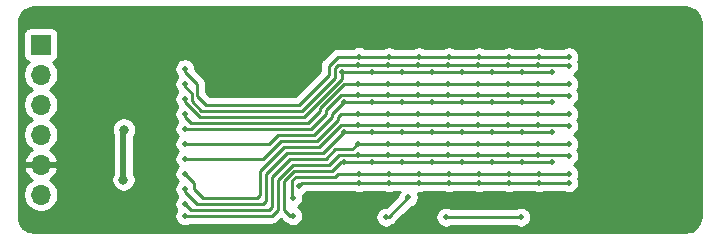
<source format=gbr>
%TF.GenerationSoftware,KiCad,Pcbnew,5.1.6-c6e7f7d~87~ubuntu18.04.1*%
%TF.CreationDate,2020-09-19T20:19:40+02:00*%
%TF.ProjectId,rgbpmod,72676270-6d6f-4642-9e6b-696361645f70,rev?*%
%TF.SameCoordinates,Original*%
%TF.FileFunction,Copper,L2,Bot*%
%TF.FilePolarity,Positive*%
%FSLAX46Y46*%
G04 Gerber Fmt 4.6, Leading zero omitted, Abs format (unit mm)*
G04 Created by KiCad (PCBNEW 5.1.6-c6e7f7d~87~ubuntu18.04.1) date 2020-09-19 20:19:40*
%MOMM*%
%LPD*%
G01*
G04 APERTURE LIST*
%TA.AperFunction,ComponentPad*%
%ADD10R,1.700000X1.700000*%
%TD*%
%TA.AperFunction,ComponentPad*%
%ADD11O,1.700000X1.700000*%
%TD*%
%TA.AperFunction,ViaPad*%
%ADD12C,0.800000*%
%TD*%
%TA.AperFunction,ViaPad*%
%ADD13C,0.500000*%
%TD*%
%TA.AperFunction,Conductor*%
%ADD14C,0.500000*%
%TD*%
%TA.AperFunction,Conductor*%
%ADD15C,0.250000*%
%TD*%
%TA.AperFunction,Conductor*%
%ADD16C,0.254000*%
%TD*%
G04 APERTURE END LIST*
D10*
%TO.P,J1,1*%
%TO.N,DIN*%
X96520000Y-64770000D03*
D11*
%TO.P,J1,2*%
%TO.N,SCLK*%
X96520000Y-67310000D03*
%TO.P,J1,3*%
%TO.N,BTN1*%
X96520000Y-69850000D03*
%TO.P,J1,4*%
%TO.N,BTN2*%
X96520000Y-72390000D03*
%TO.P,J1,5*%
%TO.N,GND*%
X96520000Y-74930000D03*
%TO.P,J1,6*%
%TO.N,VCC*%
X96520000Y-77470000D03*
%TD*%
D12*
%TO.N,VCC*%
X103505000Y-76200000D03*
X103547572Y-71974980D03*
D13*
%TO.N,BTN1*%
X127635000Y-77710001D03*
X125730000Y-79375000D03*
%TO.N,BTN2*%
X130810000Y-79375000D03*
X137160000Y-79375000D03*
%TO.N,GRID1*%
X123438457Y-65781352D03*
X125977704Y-65782852D03*
X128517704Y-65782852D03*
X131057704Y-65782852D03*
X133597704Y-65782852D03*
X136137704Y-65782852D03*
X138677704Y-65782852D03*
X141224000Y-65786000D03*
X108712000Y-66802000D03*
%TO.N,GRID2*%
X123377000Y-66481000D03*
X125917000Y-66481000D03*
X128457000Y-66481000D03*
X130997000Y-66481000D03*
X133537000Y-66481000D03*
X136077000Y-66481000D03*
X138617000Y-66481000D03*
X141224000Y-66548000D03*
X108712000Y-68072000D03*
%TO.N,GRID3*%
X121987000Y-67056000D03*
X124527000Y-67056000D03*
X127067000Y-67056000D03*
X129607000Y-67056000D03*
X132147000Y-67056000D03*
X134687000Y-67056000D03*
X137227000Y-67056000D03*
X139767000Y-67056000D03*
X108712000Y-69342000D03*
%TO.N,GRID6*%
X122174000Y-69596000D03*
X124527000Y-69596000D03*
X127067000Y-69596000D03*
X129607000Y-69596000D03*
X132147000Y-69596000D03*
X134687000Y-69596000D03*
X137227000Y-69596000D03*
X139767000Y-69596000D03*
X108712000Y-73152000D03*
%TO.N,GRID5*%
X123377000Y-69021000D03*
X125917000Y-69021000D03*
X128457000Y-69021000D03*
X130997000Y-69021000D03*
X133537000Y-69021000D03*
X136077000Y-69021000D03*
X138617000Y-69021000D03*
X141224000Y-69088000D03*
X108712000Y-71882000D03*
%TO.N,GRID4*%
X123377000Y-68072000D03*
X125917000Y-68072000D03*
X128457000Y-68072000D03*
X130997000Y-68072000D03*
X133537000Y-68072000D03*
X136077000Y-68072000D03*
X138617000Y-68072000D03*
X141224000Y-68072000D03*
X108712000Y-70612000D03*
%TO.N,GRID7*%
X123377000Y-70612000D03*
X125917000Y-70612000D03*
X128457000Y-70612000D03*
X130997000Y-70612000D03*
X133537000Y-70612000D03*
X136077000Y-70612000D03*
X138617000Y-70612000D03*
X141224000Y-70612000D03*
X108712000Y-74422000D03*
%TO.N,GRID8*%
X123377000Y-71561000D03*
X125917000Y-71561000D03*
X128457000Y-71561000D03*
X130997000Y-71561000D03*
X133537000Y-71561000D03*
X136077000Y-71561000D03*
X138617000Y-71561000D03*
X141224000Y-71628000D03*
X108712000Y-75692000D03*
%TO.N,GRID9*%
X122174000Y-72136000D03*
X124527000Y-72136000D03*
X127067000Y-72136000D03*
X129607000Y-72136000D03*
X132147000Y-72136000D03*
X134687000Y-72136000D03*
X137227000Y-72136000D03*
X139767000Y-72136000D03*
X108712000Y-76962000D03*
%TO.N,GRID12*%
X122174000Y-74676000D03*
X124527000Y-74676000D03*
X127067000Y-74676000D03*
X129607000Y-74676000D03*
X132147000Y-74676000D03*
X134687000Y-74676000D03*
X137227000Y-74676000D03*
X139767000Y-74676000D03*
X117856000Y-79248000D03*
%TO.N,GRID11*%
X123377000Y-74101000D03*
X125917000Y-74101000D03*
X128457000Y-74101000D03*
X130997000Y-74101000D03*
X133537000Y-74101000D03*
X136077000Y-74101000D03*
X138617000Y-74101000D03*
X141224000Y-74168000D03*
X108712000Y-79248000D03*
%TO.N,GRID10*%
X123377000Y-73152000D03*
X125917000Y-73152000D03*
X128457000Y-73152000D03*
X130997000Y-73152000D03*
X133537000Y-73152000D03*
X136077000Y-73152000D03*
X138617000Y-73152000D03*
X141224000Y-73152000D03*
X108712000Y-78232000D03*
%TO.N,GRID13*%
X123437704Y-75695148D03*
X125977704Y-75695148D03*
X128517704Y-75695148D03*
X131057704Y-75695148D03*
X133597704Y-75695148D03*
X136137704Y-75695148D03*
X138677704Y-75695148D03*
X141224000Y-75692000D03*
X117856000Y-77724000D03*
%TO.N,GRID14*%
X123444000Y-76454000D03*
X125984000Y-76454000D03*
X128524000Y-76454000D03*
X131064000Y-76454000D03*
X133604000Y-76454000D03*
X136144000Y-76454000D03*
X138684000Y-76454000D03*
X141224000Y-76454000D03*
X118364000Y-76708000D03*
%TD*%
D14*
%TO.N,VCC*%
X103505000Y-76200000D02*
X103505000Y-72017552D01*
X103505000Y-72017552D02*
X103547572Y-71974980D01*
D15*
%TO.N,BTN1*%
X127635000Y-77710001D02*
X125970001Y-79375000D01*
X125970001Y-79375000D02*
X125730000Y-79375000D01*
%TO.N,BTN2*%
X130810000Y-79375000D02*
X137160000Y-79375000D01*
%TO.N,GRID1*%
X123438457Y-65781352D02*
X125976204Y-65781352D01*
X125976204Y-65781352D02*
X125977704Y-65782852D01*
X125977704Y-65782852D02*
X128517704Y-65782852D01*
X128517704Y-65782852D02*
X131057704Y-65782852D01*
X131057704Y-65782852D02*
X133597704Y-65782852D01*
X133597704Y-65782852D02*
X136137704Y-65782852D01*
X136137704Y-65782852D02*
X138677704Y-65782852D01*
X138677704Y-65782852D02*
X141220852Y-65782852D01*
X141220852Y-65782852D02*
X141224000Y-65786000D01*
X121670648Y-65781352D02*
X123438457Y-65781352D01*
X120904000Y-66548000D02*
X121670648Y-65781352D01*
X120904000Y-67310000D02*
X120904000Y-66548000D01*
X108712000Y-67056000D02*
X109737011Y-68081011D01*
X108712000Y-66802000D02*
X108712000Y-67056000D01*
X109737011Y-68081011D02*
X109737011Y-69097011D01*
X110490000Y-69850000D02*
X118364000Y-69850000D01*
X109737011Y-69097011D02*
X110490000Y-69850000D01*
X118364000Y-69850000D02*
X120904000Y-67310000D01*
%TO.N,GRID2*%
X123377000Y-66481000D02*
X125917000Y-66481000D01*
X125917000Y-66481000D02*
X128457000Y-66481000D01*
X128457000Y-66481000D02*
X130997000Y-66481000D01*
X130997000Y-66481000D02*
X133537000Y-66481000D01*
X133537000Y-66481000D02*
X136077000Y-66481000D01*
X136077000Y-66481000D02*
X138617000Y-66481000D01*
X138617000Y-66481000D02*
X141157000Y-66481000D01*
X141157000Y-66481000D02*
X141224000Y-66548000D01*
X121710999Y-66480999D02*
X123377000Y-66481000D01*
X121412000Y-67564000D02*
X121412000Y-66779998D01*
X108712000Y-68326000D02*
X109287001Y-68901001D01*
X108712000Y-68072000D02*
X108712000Y-68326000D01*
X110110410Y-70358000D02*
X118618000Y-70358000D01*
X118618000Y-70358000D02*
X121412000Y-67564000D01*
X121412000Y-66779998D02*
X121710999Y-66480999D01*
X109287001Y-68901001D02*
X109287001Y-69534591D01*
X109287001Y-69534591D02*
X110110410Y-70358000D01*
%TO.N,GRID3*%
X121987000Y-67056000D02*
X124527000Y-67056000D01*
X124527000Y-67056000D02*
X127067000Y-67056000D01*
X127067000Y-67056000D02*
X129607000Y-67056000D01*
X129607000Y-67056000D02*
X132147000Y-67056000D01*
X132147000Y-67056000D02*
X134687000Y-67056000D01*
X134687000Y-67056000D02*
X137227000Y-67056000D01*
X137227000Y-67056000D02*
X139767000Y-67056000D01*
X109982000Y-70866000D02*
X108712000Y-69596000D01*
X121987000Y-67056000D02*
X121987000Y-67659178D01*
X108712000Y-69596000D02*
X108712000Y-69342000D01*
X118780178Y-70866000D02*
X109982000Y-70866000D01*
X121987000Y-67659178D02*
X118780178Y-70866000D01*
%TO.N,GRID6*%
X122174000Y-69596000D02*
X124527000Y-69596000D01*
X124527000Y-69596000D02*
X127067000Y-69596000D01*
X127067000Y-69596000D02*
X129607000Y-69596000D01*
X129607000Y-69596000D02*
X132147000Y-69596000D01*
X132147000Y-69596000D02*
X134687000Y-69596000D01*
X134687000Y-69596000D02*
X137227000Y-69596000D01*
X137227000Y-69596000D02*
X139767000Y-69596000D01*
X121158000Y-70612000D02*
X122174000Y-69596000D01*
X121158000Y-70866000D02*
X121158000Y-70612000D01*
X119634000Y-72390000D02*
X121158000Y-70866000D01*
X116586000Y-72390000D02*
X119634000Y-72390000D01*
X108712000Y-73152000D02*
X115824000Y-73152000D01*
X115824000Y-73152000D02*
X116586000Y-72390000D01*
%TO.N,GRID5*%
X123377000Y-69021000D02*
X125917000Y-69021000D01*
X125917000Y-69021000D02*
X128457000Y-69021000D01*
X128457000Y-69021000D02*
X130997000Y-69021000D01*
X130997000Y-69021000D02*
X133537000Y-69021000D01*
X133537000Y-69021000D02*
X136077000Y-69021000D01*
X136077000Y-69021000D02*
X138617000Y-69021000D01*
X138617000Y-69021000D02*
X141157000Y-69021000D01*
X141157000Y-69021000D02*
X141224000Y-69088000D01*
X121897999Y-69020999D02*
X120650000Y-70268998D01*
X123377000Y-69021000D02*
X121897999Y-69020999D01*
X120650000Y-70268998D02*
X120650000Y-70612000D01*
X120650000Y-70612000D02*
X119380000Y-71882000D01*
X119380000Y-71882000D02*
X108712000Y-71882000D01*
%TO.N,GRID4*%
X123377000Y-68072000D02*
X125917000Y-68072000D01*
X125917000Y-68072000D02*
X128457000Y-68072000D01*
X128457000Y-68072000D02*
X130997000Y-68072000D01*
X130997000Y-68072000D02*
X133537000Y-68072000D01*
X133537000Y-68072000D02*
X136077000Y-68072000D01*
X136077000Y-68072000D02*
X138617000Y-68072000D01*
X138617000Y-68072000D02*
X141224000Y-68072000D01*
X108712000Y-70612000D02*
X108712000Y-70866000D01*
X122210588Y-68072000D02*
X123377000Y-68072000D01*
X108712000Y-70866000D02*
X109220000Y-71374000D01*
X119126000Y-71374000D02*
X120142000Y-70358000D01*
X109220000Y-71374000D02*
X119126000Y-71374000D01*
X120142000Y-70358000D02*
X120142000Y-70140588D01*
X120142000Y-70140588D02*
X122210588Y-68072000D01*
%TO.N,GRID7*%
X123377000Y-70612000D02*
X125917000Y-70612000D01*
X125917000Y-70612000D02*
X128457000Y-70612000D01*
X128457000Y-70612000D02*
X130997000Y-70612000D01*
X130997000Y-70612000D02*
X133537000Y-70612000D01*
X133537000Y-70612000D02*
X136077000Y-70612000D01*
X136077000Y-70612000D02*
X138617000Y-70612000D01*
X138617000Y-70612000D02*
X141224000Y-70612000D01*
X123377000Y-70612000D02*
X121920000Y-70612000D01*
X121920000Y-70612000D02*
X121666000Y-70866000D01*
X121666000Y-70866000D02*
X121666000Y-71120000D01*
X121666000Y-71120000D02*
X119888000Y-72898000D01*
X116840000Y-72898000D02*
X115316000Y-74422000D01*
X115316000Y-74422000D02*
X108712000Y-74422000D01*
X116840000Y-72898000D02*
X119888000Y-72898000D01*
%TO.N,GRID8*%
X123377000Y-71561000D02*
X125917000Y-71561000D01*
X125917000Y-71561000D02*
X128457000Y-71561000D01*
X128457000Y-71561000D02*
X130997000Y-71561000D01*
X130997000Y-71561000D02*
X133537000Y-71561000D01*
X133537000Y-71561000D02*
X136077000Y-71561000D01*
X136077000Y-71561000D02*
X138617000Y-71561000D01*
X138617000Y-71561000D02*
X141157000Y-71561000D01*
X141157000Y-71561000D02*
X141224000Y-71628000D01*
X117094000Y-73406000D02*
X120052998Y-73406000D01*
X121897999Y-71560999D02*
X123377000Y-71561000D01*
X115062000Y-75438000D02*
X117094000Y-73406000D01*
X109474000Y-76454000D02*
X109474000Y-76962000D01*
X120052998Y-73406000D02*
X121897999Y-71560999D01*
X108712000Y-75692000D02*
X109474000Y-76454000D01*
X109474000Y-76962000D02*
X110236000Y-77724000D01*
X110236000Y-77724000D02*
X114808000Y-77724000D01*
X114808000Y-77724000D02*
X115062000Y-77470000D01*
X115062000Y-77470000D02*
X115062000Y-75438000D01*
%TO.N,GRID9*%
X122174000Y-72136000D02*
X124527000Y-72136000D01*
X124527000Y-72136000D02*
X127067000Y-72136000D01*
X127067000Y-72136000D02*
X129607000Y-72136000D01*
X129607000Y-72136000D02*
X132147000Y-72136000D01*
X132147000Y-72136000D02*
X134687000Y-72136000D01*
X134687000Y-72136000D02*
X137227000Y-72136000D01*
X137227000Y-72136000D02*
X139767000Y-72136000D01*
X122174000Y-72136000D02*
X121666000Y-72644000D01*
X121666000Y-72644000D02*
X120396000Y-73914000D01*
X117348000Y-73914000D02*
X115570000Y-75692000D01*
X115570000Y-75692000D02*
X115570000Y-77978000D01*
X115570000Y-77978000D02*
X115316000Y-78232000D01*
X115316000Y-78232000D02*
X109728000Y-78232000D01*
X109728000Y-78232000D02*
X108712000Y-77216000D01*
X108712000Y-77216000D02*
X108712000Y-76962000D01*
X117348000Y-73914000D02*
X120396000Y-73914000D01*
%TO.N,GRID12*%
X122174000Y-74676000D02*
X124527000Y-74676000D01*
X124527000Y-74676000D02*
X127067000Y-74676000D01*
X127067000Y-74676000D02*
X129607000Y-74676000D01*
X129607000Y-74676000D02*
X132147000Y-74676000D01*
X132147000Y-74676000D02*
X134687000Y-74676000D01*
X134687000Y-74676000D02*
X137227000Y-74676000D01*
X137227000Y-74676000D02*
X139767000Y-74676000D01*
X122174000Y-74676000D02*
X121920000Y-74676000D01*
X121920000Y-74676000D02*
X121158000Y-75438000D01*
X117981590Y-75438000D02*
X117094000Y-76325590D01*
X117094000Y-76325590D02*
X117094000Y-78740000D01*
X117094000Y-78740000D02*
X117602000Y-79248000D01*
X117602000Y-79248000D02*
X117856000Y-79248000D01*
X121158000Y-75438000D02*
X117981590Y-75438000D01*
%TO.N,GRID11*%
X123377000Y-74101000D02*
X125917000Y-74101000D01*
X125917000Y-74101000D02*
X128457000Y-74101000D01*
X128457000Y-74101000D02*
X130997000Y-74101000D01*
X130997000Y-74101000D02*
X133537000Y-74101000D01*
X133537000Y-74101000D02*
X136077000Y-74101000D01*
X136077000Y-74101000D02*
X138617000Y-74101000D01*
X138617000Y-74101000D02*
X141157000Y-74101000D01*
X141157000Y-74101000D02*
X141224000Y-74168000D01*
X123377000Y-74101000D02*
X121733000Y-74101000D01*
X121733000Y-74101000D02*
X120904000Y-74930000D01*
X117853180Y-74930000D02*
X116586000Y-76197180D01*
X116586000Y-76197180D02*
X116586000Y-78486000D01*
X116586000Y-78486000D02*
X116586000Y-78740000D01*
X116586000Y-78740000D02*
X116078000Y-79248000D01*
X116078000Y-79248000D02*
X108712000Y-79248000D01*
X117853180Y-74930000D02*
X120904000Y-74930000D01*
%TO.N,GRID10*%
X123377000Y-73152000D02*
X125917000Y-73152000D01*
X125917000Y-73152000D02*
X128457000Y-73152000D01*
X128457000Y-73152000D02*
X130997000Y-73152000D01*
X130997000Y-73152000D02*
X133537000Y-73152000D01*
X133537000Y-73152000D02*
X136077000Y-73152000D01*
X136077000Y-73152000D02*
X138617000Y-73152000D01*
X138617000Y-73152000D02*
X141224000Y-73152000D01*
X109220000Y-78740000D02*
X108712000Y-78232000D01*
X115824000Y-78740000D02*
X109220000Y-78740000D01*
X116078000Y-78486000D02*
X115824000Y-78740000D01*
X121421010Y-73650990D02*
X120650000Y-74422000D01*
X122878010Y-73650990D02*
X121421010Y-73650990D01*
X123377000Y-73152000D02*
X122878010Y-73650990D01*
X120650000Y-74422000D02*
X117602000Y-74422000D01*
X117602000Y-74422000D02*
X116078000Y-75946000D01*
X116078000Y-75946000D02*
X116078000Y-78486000D01*
%TO.N,GRID13*%
X123437704Y-75695148D02*
X125977704Y-75695148D01*
X125977704Y-75695148D02*
X128517704Y-75695148D01*
X128517704Y-75695148D02*
X131057704Y-75695148D01*
X131057704Y-75695148D02*
X133597704Y-75695148D01*
X133597704Y-75695148D02*
X136137704Y-75695148D01*
X136137704Y-75695148D02*
X138677704Y-75695148D01*
X138677704Y-75695148D02*
X141220852Y-75695148D01*
X141220852Y-75695148D02*
X141224000Y-75692000D01*
X123437704Y-75695148D02*
X121662852Y-75695148D01*
X121662852Y-75695148D02*
X121412000Y-75946000D01*
X117788999Y-77656999D02*
X117856000Y-77724000D01*
X118110000Y-75946000D02*
X117788999Y-76267001D01*
X117788999Y-76267001D02*
X117788999Y-77656999D01*
X118110000Y-75946000D02*
X121412000Y-75946000D01*
%TO.N,GRID14*%
X123444000Y-76454000D02*
X125984000Y-76454000D01*
X125984000Y-76454000D02*
X128524000Y-76454000D01*
X128524000Y-76454000D02*
X131064000Y-76454000D01*
X131064000Y-76454000D02*
X133604000Y-76454000D01*
X133604000Y-76454000D02*
X136144000Y-76454000D01*
X136144000Y-76454000D02*
X138684000Y-76454000D01*
X138684000Y-76454000D02*
X141224000Y-76454000D01*
X118872000Y-76454000D02*
X118618000Y-76454000D01*
X118618000Y-76454000D02*
X118364000Y-76708000D01*
X118872000Y-76454000D02*
X123444000Y-76454000D01*
%TD*%
D16*
%TO.N,GND*%
G36*
X151371204Y-61646815D02*
G01*
X151603226Y-61716867D01*
X151817222Y-61830650D01*
X152005041Y-61983832D01*
X152159530Y-62170577D01*
X152274801Y-62383769D01*
X152346472Y-62615300D01*
X152375001Y-62886734D01*
X152375000Y-79342722D01*
X152348185Y-79616205D01*
X152278133Y-79848226D01*
X152164350Y-80062222D01*
X152011169Y-80250039D01*
X151824424Y-80404529D01*
X151611231Y-80519802D01*
X151379701Y-80591472D01*
X151108276Y-80620000D01*
X95917277Y-80620000D01*
X95643795Y-80593185D01*
X95411774Y-80523133D01*
X95197778Y-80409350D01*
X95009961Y-80256169D01*
X94855471Y-80069424D01*
X94740198Y-79856231D01*
X94668528Y-79624701D01*
X94640000Y-79353276D01*
X94640000Y-77323740D01*
X95035000Y-77323740D01*
X95035000Y-77616260D01*
X95092068Y-77903158D01*
X95204010Y-78173411D01*
X95366525Y-78416632D01*
X95573368Y-78623475D01*
X95816589Y-78785990D01*
X96086842Y-78897932D01*
X96373740Y-78955000D01*
X96666260Y-78955000D01*
X96953158Y-78897932D01*
X97223411Y-78785990D01*
X97466632Y-78623475D01*
X97673475Y-78416632D01*
X97835990Y-78173411D01*
X97947932Y-77903158D01*
X98005000Y-77616260D01*
X98005000Y-77323740D01*
X97947932Y-77036842D01*
X97835990Y-76766589D01*
X97673475Y-76523368D01*
X97466632Y-76316525D01*
X97284466Y-76194805D01*
X97401355Y-76125178D01*
X97431438Y-76098061D01*
X102470000Y-76098061D01*
X102470000Y-76301939D01*
X102509774Y-76501898D01*
X102587795Y-76690256D01*
X102701063Y-76859774D01*
X102845226Y-77003937D01*
X103014744Y-77117205D01*
X103203102Y-77195226D01*
X103403061Y-77235000D01*
X103606939Y-77235000D01*
X103806898Y-77195226D01*
X103995256Y-77117205D01*
X104164774Y-77003937D01*
X104308937Y-76859774D01*
X104422205Y-76690256D01*
X104500226Y-76501898D01*
X104540000Y-76301939D01*
X104540000Y-76098061D01*
X104500226Y-75898102D01*
X104422205Y-75709744D01*
X104390000Y-75661546D01*
X104390000Y-72577148D01*
X104464777Y-72465236D01*
X104542798Y-72276878D01*
X104582572Y-72076919D01*
X104582572Y-71873041D01*
X104542798Y-71673082D01*
X104464777Y-71484724D01*
X104351509Y-71315206D01*
X104207346Y-71171043D01*
X104037828Y-71057775D01*
X103849470Y-70979754D01*
X103649511Y-70939980D01*
X103445633Y-70939980D01*
X103245674Y-70979754D01*
X103057316Y-71057775D01*
X102887798Y-71171043D01*
X102743635Y-71315206D01*
X102630367Y-71484724D01*
X102552346Y-71673082D01*
X102512572Y-71873041D01*
X102512572Y-72076919D01*
X102552346Y-72276878D01*
X102620001Y-72440210D01*
X102620000Y-75661545D01*
X102587795Y-75709744D01*
X102509774Y-75898102D01*
X102470000Y-76098061D01*
X97431438Y-76098061D01*
X97617588Y-75930269D01*
X97791641Y-75696920D01*
X97916825Y-75434099D01*
X97961476Y-75286890D01*
X97840155Y-75057000D01*
X96647000Y-75057000D01*
X96647000Y-75077000D01*
X96393000Y-75077000D01*
X96393000Y-75057000D01*
X95199845Y-75057000D01*
X95078524Y-75286890D01*
X95123175Y-75434099D01*
X95248359Y-75696920D01*
X95422412Y-75930269D01*
X95638645Y-76125178D01*
X95755534Y-76194805D01*
X95573368Y-76316525D01*
X95366525Y-76523368D01*
X95204010Y-76766589D01*
X95092068Y-77036842D01*
X95035000Y-77323740D01*
X94640000Y-77323740D01*
X94640000Y-63920000D01*
X95031928Y-63920000D01*
X95031928Y-65620000D01*
X95044188Y-65744482D01*
X95080498Y-65864180D01*
X95139463Y-65974494D01*
X95218815Y-66071185D01*
X95315506Y-66150537D01*
X95425820Y-66209502D01*
X95498380Y-66231513D01*
X95366525Y-66363368D01*
X95204010Y-66606589D01*
X95092068Y-66876842D01*
X95035000Y-67163740D01*
X95035000Y-67456260D01*
X95092068Y-67743158D01*
X95204010Y-68013411D01*
X95366525Y-68256632D01*
X95573368Y-68463475D01*
X95747760Y-68580000D01*
X95573368Y-68696525D01*
X95366525Y-68903368D01*
X95204010Y-69146589D01*
X95092068Y-69416842D01*
X95035000Y-69703740D01*
X95035000Y-69996260D01*
X95092068Y-70283158D01*
X95204010Y-70553411D01*
X95366525Y-70796632D01*
X95573368Y-71003475D01*
X95747760Y-71120000D01*
X95573368Y-71236525D01*
X95366525Y-71443368D01*
X95204010Y-71686589D01*
X95092068Y-71956842D01*
X95035000Y-72243740D01*
X95035000Y-72536260D01*
X95092068Y-72823158D01*
X95204010Y-73093411D01*
X95366525Y-73336632D01*
X95573368Y-73543475D01*
X95755534Y-73665195D01*
X95638645Y-73734822D01*
X95422412Y-73929731D01*
X95248359Y-74163080D01*
X95123175Y-74425901D01*
X95078524Y-74573110D01*
X95199845Y-74803000D01*
X96393000Y-74803000D01*
X96393000Y-74783000D01*
X96647000Y-74783000D01*
X96647000Y-74803000D01*
X97840155Y-74803000D01*
X97961476Y-74573110D01*
X97916825Y-74425901D01*
X97791641Y-74163080D01*
X97617588Y-73929731D01*
X97401355Y-73734822D01*
X97284466Y-73665195D01*
X97466632Y-73543475D01*
X97673475Y-73336632D01*
X97835990Y-73093411D01*
X97947932Y-72823158D01*
X98005000Y-72536260D01*
X98005000Y-72243740D01*
X97947932Y-71956842D01*
X97835990Y-71686589D01*
X97673475Y-71443368D01*
X97466632Y-71236525D01*
X97292240Y-71120000D01*
X97466632Y-71003475D01*
X97673475Y-70796632D01*
X97835990Y-70553411D01*
X97947932Y-70283158D01*
X98005000Y-69996260D01*
X98005000Y-69703740D01*
X97947932Y-69416842D01*
X97835990Y-69146589D01*
X97673475Y-68903368D01*
X97466632Y-68696525D01*
X97292240Y-68580000D01*
X97466632Y-68463475D01*
X97673475Y-68256632D01*
X97835990Y-68013411D01*
X97947932Y-67743158D01*
X98005000Y-67456260D01*
X98005000Y-67163740D01*
X97947932Y-66876842D01*
X97880827Y-66714835D01*
X107827000Y-66714835D01*
X107827000Y-66889165D01*
X107861010Y-67060145D01*
X107927723Y-67221205D01*
X108001336Y-67331373D01*
X108006454Y-67348247D01*
X108068359Y-67464062D01*
X108024576Y-67507845D01*
X107927723Y-67652795D01*
X107861010Y-67813855D01*
X107827000Y-67984835D01*
X107827000Y-68159165D01*
X107861010Y-68330145D01*
X107927723Y-68491205D01*
X108001336Y-68601373D01*
X108006454Y-68618247D01*
X108068359Y-68734062D01*
X108024576Y-68777845D01*
X107927723Y-68922795D01*
X107861010Y-69083855D01*
X107827000Y-69254835D01*
X107827000Y-69429165D01*
X107861010Y-69600145D01*
X107927723Y-69761205D01*
X108001336Y-69871375D01*
X108006454Y-69888246D01*
X108068359Y-70004062D01*
X108024576Y-70047845D01*
X107927723Y-70192795D01*
X107861010Y-70353855D01*
X107827000Y-70524835D01*
X107827000Y-70699165D01*
X107861010Y-70870145D01*
X107927723Y-71031205D01*
X108001336Y-71141373D01*
X108006454Y-71158247D01*
X108068359Y-71274062D01*
X108024576Y-71317845D01*
X107927723Y-71462795D01*
X107861010Y-71623855D01*
X107827000Y-71794835D01*
X107827000Y-71969165D01*
X107861010Y-72140145D01*
X107927723Y-72301205D01*
X108024576Y-72446155D01*
X108095421Y-72517000D01*
X108024576Y-72587845D01*
X107927723Y-72732795D01*
X107861010Y-72893855D01*
X107827000Y-73064835D01*
X107827000Y-73239165D01*
X107861010Y-73410145D01*
X107927723Y-73571205D01*
X108024576Y-73716155D01*
X108095421Y-73787000D01*
X108024576Y-73857845D01*
X107927723Y-74002795D01*
X107861010Y-74163855D01*
X107827000Y-74334835D01*
X107827000Y-74509165D01*
X107861010Y-74680145D01*
X107927723Y-74841205D01*
X108024576Y-74986155D01*
X108095421Y-75057000D01*
X108024576Y-75127845D01*
X107927723Y-75272795D01*
X107861010Y-75433855D01*
X107827000Y-75604835D01*
X107827000Y-75779165D01*
X107861010Y-75950145D01*
X107927723Y-76111205D01*
X108024576Y-76256155D01*
X108095421Y-76327000D01*
X108024576Y-76397845D01*
X107927723Y-76542795D01*
X107861010Y-76703855D01*
X107827000Y-76874835D01*
X107827000Y-77049165D01*
X107861010Y-77220145D01*
X107927723Y-77381205D01*
X108001336Y-77491375D01*
X108006454Y-77508246D01*
X108068359Y-77624062D01*
X108024576Y-77667845D01*
X107927723Y-77812795D01*
X107861010Y-77973855D01*
X107827000Y-78144835D01*
X107827000Y-78319165D01*
X107861010Y-78490145D01*
X107927723Y-78651205D01*
X107987054Y-78740000D01*
X107927723Y-78828795D01*
X107861010Y-78989855D01*
X107827000Y-79160835D01*
X107827000Y-79335165D01*
X107861010Y-79506145D01*
X107927723Y-79667205D01*
X108024576Y-79812155D01*
X108147845Y-79935424D01*
X108292795Y-80032277D01*
X108453855Y-80098990D01*
X108624835Y-80133000D01*
X108799165Y-80133000D01*
X108970145Y-80098990D01*
X109131205Y-80032277D01*
X109167538Y-80008000D01*
X116040678Y-80008000D01*
X116078000Y-80011676D01*
X116115322Y-80008000D01*
X116115333Y-80008000D01*
X116226986Y-79997003D01*
X116370247Y-79953546D01*
X116502276Y-79882974D01*
X116618001Y-79788001D01*
X116641803Y-79758998D01*
X116840000Y-79560802D01*
X117038200Y-79759002D01*
X117061999Y-79788001D01*
X117177724Y-79882974D01*
X117309753Y-79953546D01*
X117326627Y-79958664D01*
X117436795Y-80032277D01*
X117597855Y-80098990D01*
X117768835Y-80133000D01*
X117943165Y-80133000D01*
X118114145Y-80098990D01*
X118275205Y-80032277D01*
X118420155Y-79935424D01*
X118543424Y-79812155D01*
X118640277Y-79667205D01*
X118706990Y-79506145D01*
X118741000Y-79335165D01*
X118741000Y-79160835D01*
X118706990Y-78989855D01*
X118640277Y-78828795D01*
X118543424Y-78683845D01*
X118420155Y-78560576D01*
X118308545Y-78486000D01*
X118420155Y-78411424D01*
X118543424Y-78288155D01*
X118640277Y-78143205D01*
X118706990Y-77982145D01*
X118741000Y-77811165D01*
X118741000Y-77636835D01*
X118717647Y-77519432D01*
X118783205Y-77492277D01*
X118928155Y-77395424D01*
X119051424Y-77272155D01*
X119090282Y-77214000D01*
X122988462Y-77214000D01*
X123024795Y-77238277D01*
X123185855Y-77304990D01*
X123356835Y-77339000D01*
X123531165Y-77339000D01*
X123702145Y-77304990D01*
X123863205Y-77238277D01*
X123899538Y-77214000D01*
X125528462Y-77214000D01*
X125564795Y-77238277D01*
X125725855Y-77304990D01*
X125896835Y-77339000D01*
X126071165Y-77339000D01*
X126242145Y-77304990D01*
X126403205Y-77238277D01*
X126439538Y-77214000D01*
X126902037Y-77214000D01*
X126850723Y-77290796D01*
X126784010Y-77451856D01*
X126775485Y-77494714D01*
X125780200Y-78490000D01*
X125642835Y-78490000D01*
X125471855Y-78524010D01*
X125310795Y-78590723D01*
X125165845Y-78687576D01*
X125042576Y-78810845D01*
X124945723Y-78955795D01*
X124879010Y-79116855D01*
X124845000Y-79287835D01*
X124845000Y-79462165D01*
X124879010Y-79633145D01*
X124945723Y-79794205D01*
X125042576Y-79939155D01*
X125165845Y-80062424D01*
X125310795Y-80159277D01*
X125471855Y-80225990D01*
X125642835Y-80260000D01*
X125817165Y-80260000D01*
X125988145Y-80225990D01*
X126149205Y-80159277D01*
X126286171Y-80067758D01*
X126394277Y-80009974D01*
X126510002Y-79915001D01*
X126533805Y-79885997D01*
X127131967Y-79287835D01*
X129925000Y-79287835D01*
X129925000Y-79462165D01*
X129959010Y-79633145D01*
X130025723Y-79794205D01*
X130122576Y-79939155D01*
X130245845Y-80062424D01*
X130390795Y-80159277D01*
X130551855Y-80225990D01*
X130722835Y-80260000D01*
X130897165Y-80260000D01*
X131068145Y-80225990D01*
X131229205Y-80159277D01*
X131265538Y-80135000D01*
X136704462Y-80135000D01*
X136740795Y-80159277D01*
X136901855Y-80225990D01*
X137072835Y-80260000D01*
X137247165Y-80260000D01*
X137418145Y-80225990D01*
X137579205Y-80159277D01*
X137724155Y-80062424D01*
X137847424Y-79939155D01*
X137944277Y-79794205D01*
X138010990Y-79633145D01*
X138045000Y-79462165D01*
X138045000Y-79287835D01*
X138010990Y-79116855D01*
X137944277Y-78955795D01*
X137847424Y-78810845D01*
X137724155Y-78687576D01*
X137579205Y-78590723D01*
X137418145Y-78524010D01*
X137247165Y-78490000D01*
X137072835Y-78490000D01*
X136901855Y-78524010D01*
X136740795Y-78590723D01*
X136704462Y-78615000D01*
X131265538Y-78615000D01*
X131229205Y-78590723D01*
X131068145Y-78524010D01*
X130897165Y-78490000D01*
X130722835Y-78490000D01*
X130551855Y-78524010D01*
X130390795Y-78590723D01*
X130245845Y-78687576D01*
X130122576Y-78810845D01*
X130025723Y-78955795D01*
X129959010Y-79116855D01*
X129925000Y-79287835D01*
X127131967Y-79287835D01*
X127850287Y-78569516D01*
X127893145Y-78560991D01*
X128054205Y-78494278D01*
X128199155Y-78397425D01*
X128322424Y-78274156D01*
X128419277Y-78129206D01*
X128485990Y-77968146D01*
X128520000Y-77797166D01*
X128520000Y-77622836D01*
X128485990Y-77451856D01*
X128439244Y-77339000D01*
X128611165Y-77339000D01*
X128782145Y-77304990D01*
X128943205Y-77238277D01*
X128979538Y-77214000D01*
X130608462Y-77214000D01*
X130644795Y-77238277D01*
X130805855Y-77304990D01*
X130976835Y-77339000D01*
X131151165Y-77339000D01*
X131322145Y-77304990D01*
X131483205Y-77238277D01*
X131519538Y-77214000D01*
X133148462Y-77214000D01*
X133184795Y-77238277D01*
X133345855Y-77304990D01*
X133516835Y-77339000D01*
X133691165Y-77339000D01*
X133862145Y-77304990D01*
X134023205Y-77238277D01*
X134059538Y-77214000D01*
X135688462Y-77214000D01*
X135724795Y-77238277D01*
X135885855Y-77304990D01*
X136056835Y-77339000D01*
X136231165Y-77339000D01*
X136402145Y-77304990D01*
X136563205Y-77238277D01*
X136599538Y-77214000D01*
X138228462Y-77214000D01*
X138264795Y-77238277D01*
X138425855Y-77304990D01*
X138596835Y-77339000D01*
X138771165Y-77339000D01*
X138942145Y-77304990D01*
X139103205Y-77238277D01*
X139139538Y-77214000D01*
X140768462Y-77214000D01*
X140804795Y-77238277D01*
X140965855Y-77304990D01*
X141136835Y-77339000D01*
X141311165Y-77339000D01*
X141482145Y-77304990D01*
X141643205Y-77238277D01*
X141788155Y-77141424D01*
X141911424Y-77018155D01*
X142008277Y-76873205D01*
X142074990Y-76712145D01*
X142109000Y-76541165D01*
X142109000Y-76366835D01*
X142074990Y-76195855D01*
X142024102Y-76073000D01*
X142074990Y-75950145D01*
X142109000Y-75779165D01*
X142109000Y-75604835D01*
X142074990Y-75433855D01*
X142008277Y-75272795D01*
X141911424Y-75127845D01*
X141788155Y-75004576D01*
X141676545Y-74930000D01*
X141788155Y-74855424D01*
X141911424Y-74732155D01*
X142008277Y-74587205D01*
X142074990Y-74426145D01*
X142109000Y-74255165D01*
X142109000Y-74080835D01*
X142074990Y-73909855D01*
X142008277Y-73748795D01*
X141948946Y-73660000D01*
X142008277Y-73571205D01*
X142074990Y-73410145D01*
X142109000Y-73239165D01*
X142109000Y-73064835D01*
X142074990Y-72893855D01*
X142008277Y-72732795D01*
X141911424Y-72587845D01*
X141788155Y-72464576D01*
X141676545Y-72390000D01*
X141788155Y-72315424D01*
X141911424Y-72192155D01*
X142008277Y-72047205D01*
X142074990Y-71886145D01*
X142109000Y-71715165D01*
X142109000Y-71540835D01*
X142074990Y-71369855D01*
X142008277Y-71208795D01*
X141948946Y-71120000D01*
X142008277Y-71031205D01*
X142074990Y-70870145D01*
X142109000Y-70699165D01*
X142109000Y-70524835D01*
X142074990Y-70353855D01*
X142008277Y-70192795D01*
X141911424Y-70047845D01*
X141788155Y-69924576D01*
X141676545Y-69850000D01*
X141788155Y-69775424D01*
X141911424Y-69652155D01*
X142008277Y-69507205D01*
X142074990Y-69346145D01*
X142109000Y-69175165D01*
X142109000Y-69000835D01*
X142074990Y-68829855D01*
X142008277Y-68668795D01*
X141948946Y-68580000D01*
X142008277Y-68491205D01*
X142074990Y-68330145D01*
X142109000Y-68159165D01*
X142109000Y-67984835D01*
X142074990Y-67813855D01*
X142008277Y-67652795D01*
X141911424Y-67507845D01*
X141788155Y-67384576D01*
X141676545Y-67310000D01*
X141788155Y-67235424D01*
X141911424Y-67112155D01*
X142008277Y-66967205D01*
X142074990Y-66806145D01*
X142109000Y-66635165D01*
X142109000Y-66460835D01*
X142074990Y-66289855D01*
X142024102Y-66167000D01*
X142074990Y-66044145D01*
X142109000Y-65873165D01*
X142109000Y-65698835D01*
X142074990Y-65527855D01*
X142008277Y-65366795D01*
X141911424Y-65221845D01*
X141788155Y-65098576D01*
X141643205Y-65001723D01*
X141482145Y-64935010D01*
X141311165Y-64901000D01*
X141136835Y-64901000D01*
X140965855Y-64935010D01*
X140804795Y-65001723D01*
X140773173Y-65022852D01*
X139133242Y-65022852D01*
X139096909Y-64998575D01*
X138935849Y-64931862D01*
X138764869Y-64897852D01*
X138590539Y-64897852D01*
X138419559Y-64931862D01*
X138258499Y-64998575D01*
X138222166Y-65022852D01*
X136593242Y-65022852D01*
X136556909Y-64998575D01*
X136395849Y-64931862D01*
X136224869Y-64897852D01*
X136050539Y-64897852D01*
X135879559Y-64931862D01*
X135718499Y-64998575D01*
X135682166Y-65022852D01*
X134053242Y-65022852D01*
X134016909Y-64998575D01*
X133855849Y-64931862D01*
X133684869Y-64897852D01*
X133510539Y-64897852D01*
X133339559Y-64931862D01*
X133178499Y-64998575D01*
X133142166Y-65022852D01*
X131513242Y-65022852D01*
X131476909Y-64998575D01*
X131315849Y-64931862D01*
X131144869Y-64897852D01*
X130970539Y-64897852D01*
X130799559Y-64931862D01*
X130638499Y-64998575D01*
X130602166Y-65022852D01*
X128973242Y-65022852D01*
X128936909Y-64998575D01*
X128775849Y-64931862D01*
X128604869Y-64897852D01*
X128430539Y-64897852D01*
X128259559Y-64931862D01*
X128098499Y-64998575D01*
X128062166Y-65022852D01*
X126433242Y-65022852D01*
X126396909Y-64998575D01*
X126235849Y-64931862D01*
X126064869Y-64897852D01*
X125890539Y-64897852D01*
X125719559Y-64931862D01*
X125558499Y-64998575D01*
X125524411Y-65021352D01*
X123893995Y-65021352D01*
X123857662Y-64997075D01*
X123696602Y-64930362D01*
X123525622Y-64896352D01*
X123351292Y-64896352D01*
X123180312Y-64930362D01*
X123019252Y-64997075D01*
X122982919Y-65021352D01*
X121707970Y-65021352D01*
X121670648Y-65017676D01*
X121633325Y-65021352D01*
X121633315Y-65021352D01*
X121521662Y-65032349D01*
X121378401Y-65075806D01*
X121246371Y-65146378D01*
X121162731Y-65215020D01*
X121130647Y-65241351D01*
X121106849Y-65270350D01*
X120392998Y-65984201D01*
X120364000Y-66007999D01*
X120340202Y-66036997D01*
X120340201Y-66036998D01*
X120269026Y-66123724D01*
X120198454Y-66255754D01*
X120187361Y-66292324D01*
X120154997Y-66399014D01*
X120144000Y-66510667D01*
X120144000Y-66510678D01*
X120140324Y-66548000D01*
X120144000Y-66585322D01*
X120144000Y-66995197D01*
X118049199Y-69090000D01*
X110804802Y-69090000D01*
X110497011Y-68782210D01*
X110497011Y-68118333D01*
X110500687Y-68081010D01*
X110497011Y-68043687D01*
X110497011Y-68043678D01*
X110486014Y-67932025D01*
X110442557Y-67788764D01*
X110371985Y-67656735D01*
X110306547Y-67576998D01*
X110300810Y-67570007D01*
X110300806Y-67570003D01*
X110277012Y-67541010D01*
X110248020Y-67517217D01*
X109597000Y-66866198D01*
X109597000Y-66714835D01*
X109562990Y-66543855D01*
X109496277Y-66382795D01*
X109399424Y-66237845D01*
X109276155Y-66114576D01*
X109131205Y-66017723D01*
X108970145Y-65951010D01*
X108799165Y-65917000D01*
X108624835Y-65917000D01*
X108453855Y-65951010D01*
X108292795Y-66017723D01*
X108147845Y-66114576D01*
X108024576Y-66237845D01*
X107927723Y-66382795D01*
X107861010Y-66543855D01*
X107827000Y-66714835D01*
X97880827Y-66714835D01*
X97835990Y-66606589D01*
X97673475Y-66363368D01*
X97541620Y-66231513D01*
X97614180Y-66209502D01*
X97724494Y-66150537D01*
X97821185Y-66071185D01*
X97900537Y-65974494D01*
X97959502Y-65864180D01*
X97995812Y-65744482D01*
X98008072Y-65620000D01*
X98008072Y-63920000D01*
X97995812Y-63795518D01*
X97959502Y-63675820D01*
X97900537Y-63565506D01*
X97821185Y-63468815D01*
X97724494Y-63389463D01*
X97614180Y-63330498D01*
X97494482Y-63294188D01*
X97370000Y-63281928D01*
X95670000Y-63281928D01*
X95545518Y-63294188D01*
X95425820Y-63330498D01*
X95315506Y-63389463D01*
X95218815Y-63468815D01*
X95139463Y-63565506D01*
X95080498Y-63675820D01*
X95044188Y-63795518D01*
X95031928Y-63920000D01*
X94640000Y-63920000D01*
X94640000Y-62897277D01*
X94666815Y-62623796D01*
X94736867Y-62391774D01*
X94850650Y-62177778D01*
X95003832Y-61989959D01*
X95190577Y-61835470D01*
X95403769Y-61720199D01*
X95635300Y-61648528D01*
X95906725Y-61620000D01*
X151097723Y-61620000D01*
X151371204Y-61646815D01*
G37*
X151371204Y-61646815D02*
X151603226Y-61716867D01*
X151817222Y-61830650D01*
X152005041Y-61983832D01*
X152159530Y-62170577D01*
X152274801Y-62383769D01*
X152346472Y-62615300D01*
X152375001Y-62886734D01*
X152375000Y-79342722D01*
X152348185Y-79616205D01*
X152278133Y-79848226D01*
X152164350Y-80062222D01*
X152011169Y-80250039D01*
X151824424Y-80404529D01*
X151611231Y-80519802D01*
X151379701Y-80591472D01*
X151108276Y-80620000D01*
X95917277Y-80620000D01*
X95643795Y-80593185D01*
X95411774Y-80523133D01*
X95197778Y-80409350D01*
X95009961Y-80256169D01*
X94855471Y-80069424D01*
X94740198Y-79856231D01*
X94668528Y-79624701D01*
X94640000Y-79353276D01*
X94640000Y-77323740D01*
X95035000Y-77323740D01*
X95035000Y-77616260D01*
X95092068Y-77903158D01*
X95204010Y-78173411D01*
X95366525Y-78416632D01*
X95573368Y-78623475D01*
X95816589Y-78785990D01*
X96086842Y-78897932D01*
X96373740Y-78955000D01*
X96666260Y-78955000D01*
X96953158Y-78897932D01*
X97223411Y-78785990D01*
X97466632Y-78623475D01*
X97673475Y-78416632D01*
X97835990Y-78173411D01*
X97947932Y-77903158D01*
X98005000Y-77616260D01*
X98005000Y-77323740D01*
X97947932Y-77036842D01*
X97835990Y-76766589D01*
X97673475Y-76523368D01*
X97466632Y-76316525D01*
X97284466Y-76194805D01*
X97401355Y-76125178D01*
X97431438Y-76098061D01*
X102470000Y-76098061D01*
X102470000Y-76301939D01*
X102509774Y-76501898D01*
X102587795Y-76690256D01*
X102701063Y-76859774D01*
X102845226Y-77003937D01*
X103014744Y-77117205D01*
X103203102Y-77195226D01*
X103403061Y-77235000D01*
X103606939Y-77235000D01*
X103806898Y-77195226D01*
X103995256Y-77117205D01*
X104164774Y-77003937D01*
X104308937Y-76859774D01*
X104422205Y-76690256D01*
X104500226Y-76501898D01*
X104540000Y-76301939D01*
X104540000Y-76098061D01*
X104500226Y-75898102D01*
X104422205Y-75709744D01*
X104390000Y-75661546D01*
X104390000Y-72577148D01*
X104464777Y-72465236D01*
X104542798Y-72276878D01*
X104582572Y-72076919D01*
X104582572Y-71873041D01*
X104542798Y-71673082D01*
X104464777Y-71484724D01*
X104351509Y-71315206D01*
X104207346Y-71171043D01*
X104037828Y-71057775D01*
X103849470Y-70979754D01*
X103649511Y-70939980D01*
X103445633Y-70939980D01*
X103245674Y-70979754D01*
X103057316Y-71057775D01*
X102887798Y-71171043D01*
X102743635Y-71315206D01*
X102630367Y-71484724D01*
X102552346Y-71673082D01*
X102512572Y-71873041D01*
X102512572Y-72076919D01*
X102552346Y-72276878D01*
X102620001Y-72440210D01*
X102620000Y-75661545D01*
X102587795Y-75709744D01*
X102509774Y-75898102D01*
X102470000Y-76098061D01*
X97431438Y-76098061D01*
X97617588Y-75930269D01*
X97791641Y-75696920D01*
X97916825Y-75434099D01*
X97961476Y-75286890D01*
X97840155Y-75057000D01*
X96647000Y-75057000D01*
X96647000Y-75077000D01*
X96393000Y-75077000D01*
X96393000Y-75057000D01*
X95199845Y-75057000D01*
X95078524Y-75286890D01*
X95123175Y-75434099D01*
X95248359Y-75696920D01*
X95422412Y-75930269D01*
X95638645Y-76125178D01*
X95755534Y-76194805D01*
X95573368Y-76316525D01*
X95366525Y-76523368D01*
X95204010Y-76766589D01*
X95092068Y-77036842D01*
X95035000Y-77323740D01*
X94640000Y-77323740D01*
X94640000Y-63920000D01*
X95031928Y-63920000D01*
X95031928Y-65620000D01*
X95044188Y-65744482D01*
X95080498Y-65864180D01*
X95139463Y-65974494D01*
X95218815Y-66071185D01*
X95315506Y-66150537D01*
X95425820Y-66209502D01*
X95498380Y-66231513D01*
X95366525Y-66363368D01*
X95204010Y-66606589D01*
X95092068Y-66876842D01*
X95035000Y-67163740D01*
X95035000Y-67456260D01*
X95092068Y-67743158D01*
X95204010Y-68013411D01*
X95366525Y-68256632D01*
X95573368Y-68463475D01*
X95747760Y-68580000D01*
X95573368Y-68696525D01*
X95366525Y-68903368D01*
X95204010Y-69146589D01*
X95092068Y-69416842D01*
X95035000Y-69703740D01*
X95035000Y-69996260D01*
X95092068Y-70283158D01*
X95204010Y-70553411D01*
X95366525Y-70796632D01*
X95573368Y-71003475D01*
X95747760Y-71120000D01*
X95573368Y-71236525D01*
X95366525Y-71443368D01*
X95204010Y-71686589D01*
X95092068Y-71956842D01*
X95035000Y-72243740D01*
X95035000Y-72536260D01*
X95092068Y-72823158D01*
X95204010Y-73093411D01*
X95366525Y-73336632D01*
X95573368Y-73543475D01*
X95755534Y-73665195D01*
X95638645Y-73734822D01*
X95422412Y-73929731D01*
X95248359Y-74163080D01*
X95123175Y-74425901D01*
X95078524Y-74573110D01*
X95199845Y-74803000D01*
X96393000Y-74803000D01*
X96393000Y-74783000D01*
X96647000Y-74783000D01*
X96647000Y-74803000D01*
X97840155Y-74803000D01*
X97961476Y-74573110D01*
X97916825Y-74425901D01*
X97791641Y-74163080D01*
X97617588Y-73929731D01*
X97401355Y-73734822D01*
X97284466Y-73665195D01*
X97466632Y-73543475D01*
X97673475Y-73336632D01*
X97835990Y-73093411D01*
X97947932Y-72823158D01*
X98005000Y-72536260D01*
X98005000Y-72243740D01*
X97947932Y-71956842D01*
X97835990Y-71686589D01*
X97673475Y-71443368D01*
X97466632Y-71236525D01*
X97292240Y-71120000D01*
X97466632Y-71003475D01*
X97673475Y-70796632D01*
X97835990Y-70553411D01*
X97947932Y-70283158D01*
X98005000Y-69996260D01*
X98005000Y-69703740D01*
X97947932Y-69416842D01*
X97835990Y-69146589D01*
X97673475Y-68903368D01*
X97466632Y-68696525D01*
X97292240Y-68580000D01*
X97466632Y-68463475D01*
X97673475Y-68256632D01*
X97835990Y-68013411D01*
X97947932Y-67743158D01*
X98005000Y-67456260D01*
X98005000Y-67163740D01*
X97947932Y-66876842D01*
X97880827Y-66714835D01*
X107827000Y-66714835D01*
X107827000Y-66889165D01*
X107861010Y-67060145D01*
X107927723Y-67221205D01*
X108001336Y-67331373D01*
X108006454Y-67348247D01*
X108068359Y-67464062D01*
X108024576Y-67507845D01*
X107927723Y-67652795D01*
X107861010Y-67813855D01*
X107827000Y-67984835D01*
X107827000Y-68159165D01*
X107861010Y-68330145D01*
X107927723Y-68491205D01*
X108001336Y-68601373D01*
X108006454Y-68618247D01*
X108068359Y-68734062D01*
X108024576Y-68777845D01*
X107927723Y-68922795D01*
X107861010Y-69083855D01*
X107827000Y-69254835D01*
X107827000Y-69429165D01*
X107861010Y-69600145D01*
X107927723Y-69761205D01*
X108001336Y-69871375D01*
X108006454Y-69888246D01*
X108068359Y-70004062D01*
X108024576Y-70047845D01*
X107927723Y-70192795D01*
X107861010Y-70353855D01*
X107827000Y-70524835D01*
X107827000Y-70699165D01*
X107861010Y-70870145D01*
X107927723Y-71031205D01*
X108001336Y-71141373D01*
X108006454Y-71158247D01*
X108068359Y-71274062D01*
X108024576Y-71317845D01*
X107927723Y-71462795D01*
X107861010Y-71623855D01*
X107827000Y-71794835D01*
X107827000Y-71969165D01*
X107861010Y-72140145D01*
X107927723Y-72301205D01*
X108024576Y-72446155D01*
X108095421Y-72517000D01*
X108024576Y-72587845D01*
X107927723Y-72732795D01*
X107861010Y-72893855D01*
X107827000Y-73064835D01*
X107827000Y-73239165D01*
X107861010Y-73410145D01*
X107927723Y-73571205D01*
X108024576Y-73716155D01*
X108095421Y-73787000D01*
X108024576Y-73857845D01*
X107927723Y-74002795D01*
X107861010Y-74163855D01*
X107827000Y-74334835D01*
X107827000Y-74509165D01*
X107861010Y-74680145D01*
X107927723Y-74841205D01*
X108024576Y-74986155D01*
X108095421Y-75057000D01*
X108024576Y-75127845D01*
X107927723Y-75272795D01*
X107861010Y-75433855D01*
X107827000Y-75604835D01*
X107827000Y-75779165D01*
X107861010Y-75950145D01*
X107927723Y-76111205D01*
X108024576Y-76256155D01*
X108095421Y-76327000D01*
X108024576Y-76397845D01*
X107927723Y-76542795D01*
X107861010Y-76703855D01*
X107827000Y-76874835D01*
X107827000Y-77049165D01*
X107861010Y-77220145D01*
X107927723Y-77381205D01*
X108001336Y-77491375D01*
X108006454Y-77508246D01*
X108068359Y-77624062D01*
X108024576Y-77667845D01*
X107927723Y-77812795D01*
X107861010Y-77973855D01*
X107827000Y-78144835D01*
X107827000Y-78319165D01*
X107861010Y-78490145D01*
X107927723Y-78651205D01*
X107987054Y-78740000D01*
X107927723Y-78828795D01*
X107861010Y-78989855D01*
X107827000Y-79160835D01*
X107827000Y-79335165D01*
X107861010Y-79506145D01*
X107927723Y-79667205D01*
X108024576Y-79812155D01*
X108147845Y-79935424D01*
X108292795Y-80032277D01*
X108453855Y-80098990D01*
X108624835Y-80133000D01*
X108799165Y-80133000D01*
X108970145Y-80098990D01*
X109131205Y-80032277D01*
X109167538Y-80008000D01*
X116040678Y-80008000D01*
X116078000Y-80011676D01*
X116115322Y-80008000D01*
X116115333Y-80008000D01*
X116226986Y-79997003D01*
X116370247Y-79953546D01*
X116502276Y-79882974D01*
X116618001Y-79788001D01*
X116641803Y-79758998D01*
X116840000Y-79560802D01*
X117038200Y-79759002D01*
X117061999Y-79788001D01*
X117177724Y-79882974D01*
X117309753Y-79953546D01*
X117326627Y-79958664D01*
X117436795Y-80032277D01*
X117597855Y-80098990D01*
X117768835Y-80133000D01*
X117943165Y-80133000D01*
X118114145Y-80098990D01*
X118275205Y-80032277D01*
X118420155Y-79935424D01*
X118543424Y-79812155D01*
X118640277Y-79667205D01*
X118706990Y-79506145D01*
X118741000Y-79335165D01*
X118741000Y-79160835D01*
X118706990Y-78989855D01*
X118640277Y-78828795D01*
X118543424Y-78683845D01*
X118420155Y-78560576D01*
X118308545Y-78486000D01*
X118420155Y-78411424D01*
X118543424Y-78288155D01*
X118640277Y-78143205D01*
X118706990Y-77982145D01*
X118741000Y-77811165D01*
X118741000Y-77636835D01*
X118717647Y-77519432D01*
X118783205Y-77492277D01*
X118928155Y-77395424D01*
X119051424Y-77272155D01*
X119090282Y-77214000D01*
X122988462Y-77214000D01*
X123024795Y-77238277D01*
X123185855Y-77304990D01*
X123356835Y-77339000D01*
X123531165Y-77339000D01*
X123702145Y-77304990D01*
X123863205Y-77238277D01*
X123899538Y-77214000D01*
X125528462Y-77214000D01*
X125564795Y-77238277D01*
X125725855Y-77304990D01*
X125896835Y-77339000D01*
X126071165Y-77339000D01*
X126242145Y-77304990D01*
X126403205Y-77238277D01*
X126439538Y-77214000D01*
X126902037Y-77214000D01*
X126850723Y-77290796D01*
X126784010Y-77451856D01*
X126775485Y-77494714D01*
X125780200Y-78490000D01*
X125642835Y-78490000D01*
X125471855Y-78524010D01*
X125310795Y-78590723D01*
X125165845Y-78687576D01*
X125042576Y-78810845D01*
X124945723Y-78955795D01*
X124879010Y-79116855D01*
X124845000Y-79287835D01*
X124845000Y-79462165D01*
X124879010Y-79633145D01*
X124945723Y-79794205D01*
X125042576Y-79939155D01*
X125165845Y-80062424D01*
X125310795Y-80159277D01*
X125471855Y-80225990D01*
X125642835Y-80260000D01*
X125817165Y-80260000D01*
X125988145Y-80225990D01*
X126149205Y-80159277D01*
X126286171Y-80067758D01*
X126394277Y-80009974D01*
X126510002Y-79915001D01*
X126533805Y-79885997D01*
X127131967Y-79287835D01*
X129925000Y-79287835D01*
X129925000Y-79462165D01*
X129959010Y-79633145D01*
X130025723Y-79794205D01*
X130122576Y-79939155D01*
X130245845Y-80062424D01*
X130390795Y-80159277D01*
X130551855Y-80225990D01*
X130722835Y-80260000D01*
X130897165Y-80260000D01*
X131068145Y-80225990D01*
X131229205Y-80159277D01*
X131265538Y-80135000D01*
X136704462Y-80135000D01*
X136740795Y-80159277D01*
X136901855Y-80225990D01*
X137072835Y-80260000D01*
X137247165Y-80260000D01*
X137418145Y-80225990D01*
X137579205Y-80159277D01*
X137724155Y-80062424D01*
X137847424Y-79939155D01*
X137944277Y-79794205D01*
X138010990Y-79633145D01*
X138045000Y-79462165D01*
X138045000Y-79287835D01*
X138010990Y-79116855D01*
X137944277Y-78955795D01*
X137847424Y-78810845D01*
X137724155Y-78687576D01*
X137579205Y-78590723D01*
X137418145Y-78524010D01*
X137247165Y-78490000D01*
X137072835Y-78490000D01*
X136901855Y-78524010D01*
X136740795Y-78590723D01*
X136704462Y-78615000D01*
X131265538Y-78615000D01*
X131229205Y-78590723D01*
X131068145Y-78524010D01*
X130897165Y-78490000D01*
X130722835Y-78490000D01*
X130551855Y-78524010D01*
X130390795Y-78590723D01*
X130245845Y-78687576D01*
X130122576Y-78810845D01*
X130025723Y-78955795D01*
X129959010Y-79116855D01*
X129925000Y-79287835D01*
X127131967Y-79287835D01*
X127850287Y-78569516D01*
X127893145Y-78560991D01*
X128054205Y-78494278D01*
X128199155Y-78397425D01*
X128322424Y-78274156D01*
X128419277Y-78129206D01*
X128485990Y-77968146D01*
X128520000Y-77797166D01*
X128520000Y-77622836D01*
X128485990Y-77451856D01*
X128439244Y-77339000D01*
X128611165Y-77339000D01*
X128782145Y-77304990D01*
X128943205Y-77238277D01*
X128979538Y-77214000D01*
X130608462Y-77214000D01*
X130644795Y-77238277D01*
X130805855Y-77304990D01*
X130976835Y-77339000D01*
X131151165Y-77339000D01*
X131322145Y-77304990D01*
X131483205Y-77238277D01*
X131519538Y-77214000D01*
X133148462Y-77214000D01*
X133184795Y-77238277D01*
X133345855Y-77304990D01*
X133516835Y-77339000D01*
X133691165Y-77339000D01*
X133862145Y-77304990D01*
X134023205Y-77238277D01*
X134059538Y-77214000D01*
X135688462Y-77214000D01*
X135724795Y-77238277D01*
X135885855Y-77304990D01*
X136056835Y-77339000D01*
X136231165Y-77339000D01*
X136402145Y-77304990D01*
X136563205Y-77238277D01*
X136599538Y-77214000D01*
X138228462Y-77214000D01*
X138264795Y-77238277D01*
X138425855Y-77304990D01*
X138596835Y-77339000D01*
X138771165Y-77339000D01*
X138942145Y-77304990D01*
X139103205Y-77238277D01*
X139139538Y-77214000D01*
X140768462Y-77214000D01*
X140804795Y-77238277D01*
X140965855Y-77304990D01*
X141136835Y-77339000D01*
X141311165Y-77339000D01*
X141482145Y-77304990D01*
X141643205Y-77238277D01*
X141788155Y-77141424D01*
X141911424Y-77018155D01*
X142008277Y-76873205D01*
X142074990Y-76712145D01*
X142109000Y-76541165D01*
X142109000Y-76366835D01*
X142074990Y-76195855D01*
X142024102Y-76073000D01*
X142074990Y-75950145D01*
X142109000Y-75779165D01*
X142109000Y-75604835D01*
X142074990Y-75433855D01*
X142008277Y-75272795D01*
X141911424Y-75127845D01*
X141788155Y-75004576D01*
X141676545Y-74930000D01*
X141788155Y-74855424D01*
X141911424Y-74732155D01*
X142008277Y-74587205D01*
X142074990Y-74426145D01*
X142109000Y-74255165D01*
X142109000Y-74080835D01*
X142074990Y-73909855D01*
X142008277Y-73748795D01*
X141948946Y-73660000D01*
X142008277Y-73571205D01*
X142074990Y-73410145D01*
X142109000Y-73239165D01*
X142109000Y-73064835D01*
X142074990Y-72893855D01*
X142008277Y-72732795D01*
X141911424Y-72587845D01*
X141788155Y-72464576D01*
X141676545Y-72390000D01*
X141788155Y-72315424D01*
X141911424Y-72192155D01*
X142008277Y-72047205D01*
X142074990Y-71886145D01*
X142109000Y-71715165D01*
X142109000Y-71540835D01*
X142074990Y-71369855D01*
X142008277Y-71208795D01*
X141948946Y-71120000D01*
X142008277Y-71031205D01*
X142074990Y-70870145D01*
X142109000Y-70699165D01*
X142109000Y-70524835D01*
X142074990Y-70353855D01*
X142008277Y-70192795D01*
X141911424Y-70047845D01*
X141788155Y-69924576D01*
X141676545Y-69850000D01*
X141788155Y-69775424D01*
X141911424Y-69652155D01*
X142008277Y-69507205D01*
X142074990Y-69346145D01*
X142109000Y-69175165D01*
X142109000Y-69000835D01*
X142074990Y-68829855D01*
X142008277Y-68668795D01*
X141948946Y-68580000D01*
X142008277Y-68491205D01*
X142074990Y-68330145D01*
X142109000Y-68159165D01*
X142109000Y-67984835D01*
X142074990Y-67813855D01*
X142008277Y-67652795D01*
X141911424Y-67507845D01*
X141788155Y-67384576D01*
X141676545Y-67310000D01*
X141788155Y-67235424D01*
X141911424Y-67112155D01*
X142008277Y-66967205D01*
X142074990Y-66806145D01*
X142109000Y-66635165D01*
X142109000Y-66460835D01*
X142074990Y-66289855D01*
X142024102Y-66167000D01*
X142074990Y-66044145D01*
X142109000Y-65873165D01*
X142109000Y-65698835D01*
X142074990Y-65527855D01*
X142008277Y-65366795D01*
X141911424Y-65221845D01*
X141788155Y-65098576D01*
X141643205Y-65001723D01*
X141482145Y-64935010D01*
X141311165Y-64901000D01*
X141136835Y-64901000D01*
X140965855Y-64935010D01*
X140804795Y-65001723D01*
X140773173Y-65022852D01*
X139133242Y-65022852D01*
X139096909Y-64998575D01*
X138935849Y-64931862D01*
X138764869Y-64897852D01*
X138590539Y-64897852D01*
X138419559Y-64931862D01*
X138258499Y-64998575D01*
X138222166Y-65022852D01*
X136593242Y-65022852D01*
X136556909Y-64998575D01*
X136395849Y-64931862D01*
X136224869Y-64897852D01*
X136050539Y-64897852D01*
X135879559Y-64931862D01*
X135718499Y-64998575D01*
X135682166Y-65022852D01*
X134053242Y-65022852D01*
X134016909Y-64998575D01*
X133855849Y-64931862D01*
X133684869Y-64897852D01*
X133510539Y-64897852D01*
X133339559Y-64931862D01*
X133178499Y-64998575D01*
X133142166Y-65022852D01*
X131513242Y-65022852D01*
X131476909Y-64998575D01*
X131315849Y-64931862D01*
X131144869Y-64897852D01*
X130970539Y-64897852D01*
X130799559Y-64931862D01*
X130638499Y-64998575D01*
X130602166Y-65022852D01*
X128973242Y-65022852D01*
X128936909Y-64998575D01*
X128775849Y-64931862D01*
X128604869Y-64897852D01*
X128430539Y-64897852D01*
X128259559Y-64931862D01*
X128098499Y-64998575D01*
X128062166Y-65022852D01*
X126433242Y-65022852D01*
X126396909Y-64998575D01*
X126235849Y-64931862D01*
X126064869Y-64897852D01*
X125890539Y-64897852D01*
X125719559Y-64931862D01*
X125558499Y-64998575D01*
X125524411Y-65021352D01*
X123893995Y-65021352D01*
X123857662Y-64997075D01*
X123696602Y-64930362D01*
X123525622Y-64896352D01*
X123351292Y-64896352D01*
X123180312Y-64930362D01*
X123019252Y-64997075D01*
X122982919Y-65021352D01*
X121707970Y-65021352D01*
X121670648Y-65017676D01*
X121633325Y-65021352D01*
X121633315Y-65021352D01*
X121521662Y-65032349D01*
X121378401Y-65075806D01*
X121246371Y-65146378D01*
X121162731Y-65215020D01*
X121130647Y-65241351D01*
X121106849Y-65270350D01*
X120392998Y-65984201D01*
X120364000Y-66007999D01*
X120340202Y-66036997D01*
X120340201Y-66036998D01*
X120269026Y-66123724D01*
X120198454Y-66255754D01*
X120187361Y-66292324D01*
X120154997Y-66399014D01*
X120144000Y-66510667D01*
X120144000Y-66510678D01*
X120140324Y-66548000D01*
X120144000Y-66585322D01*
X120144000Y-66995197D01*
X118049199Y-69090000D01*
X110804802Y-69090000D01*
X110497011Y-68782210D01*
X110497011Y-68118333D01*
X110500687Y-68081010D01*
X110497011Y-68043687D01*
X110497011Y-68043678D01*
X110486014Y-67932025D01*
X110442557Y-67788764D01*
X110371985Y-67656735D01*
X110306547Y-67576998D01*
X110300810Y-67570007D01*
X110300806Y-67570003D01*
X110277012Y-67541010D01*
X110248020Y-67517217D01*
X109597000Y-66866198D01*
X109597000Y-66714835D01*
X109562990Y-66543855D01*
X109496277Y-66382795D01*
X109399424Y-66237845D01*
X109276155Y-66114576D01*
X109131205Y-66017723D01*
X108970145Y-65951010D01*
X108799165Y-65917000D01*
X108624835Y-65917000D01*
X108453855Y-65951010D01*
X108292795Y-66017723D01*
X108147845Y-66114576D01*
X108024576Y-66237845D01*
X107927723Y-66382795D01*
X107861010Y-66543855D01*
X107827000Y-66714835D01*
X97880827Y-66714835D01*
X97835990Y-66606589D01*
X97673475Y-66363368D01*
X97541620Y-66231513D01*
X97614180Y-66209502D01*
X97724494Y-66150537D01*
X97821185Y-66071185D01*
X97900537Y-65974494D01*
X97959502Y-65864180D01*
X97995812Y-65744482D01*
X98008072Y-65620000D01*
X98008072Y-63920000D01*
X97995812Y-63795518D01*
X97959502Y-63675820D01*
X97900537Y-63565506D01*
X97821185Y-63468815D01*
X97724494Y-63389463D01*
X97614180Y-63330498D01*
X97494482Y-63294188D01*
X97370000Y-63281928D01*
X95670000Y-63281928D01*
X95545518Y-63294188D01*
X95425820Y-63330498D01*
X95315506Y-63389463D01*
X95218815Y-63468815D01*
X95139463Y-63565506D01*
X95080498Y-63675820D01*
X95044188Y-63795518D01*
X95031928Y-63920000D01*
X94640000Y-63920000D01*
X94640000Y-62897277D01*
X94666815Y-62623796D01*
X94736867Y-62391774D01*
X94850650Y-62177778D01*
X95003832Y-61989959D01*
X95190577Y-61835470D01*
X95403769Y-61720199D01*
X95635300Y-61648528D01*
X95906725Y-61620000D01*
X151097723Y-61620000D01*
X151371204Y-61646815D01*
%TD*%
M02*

</source>
